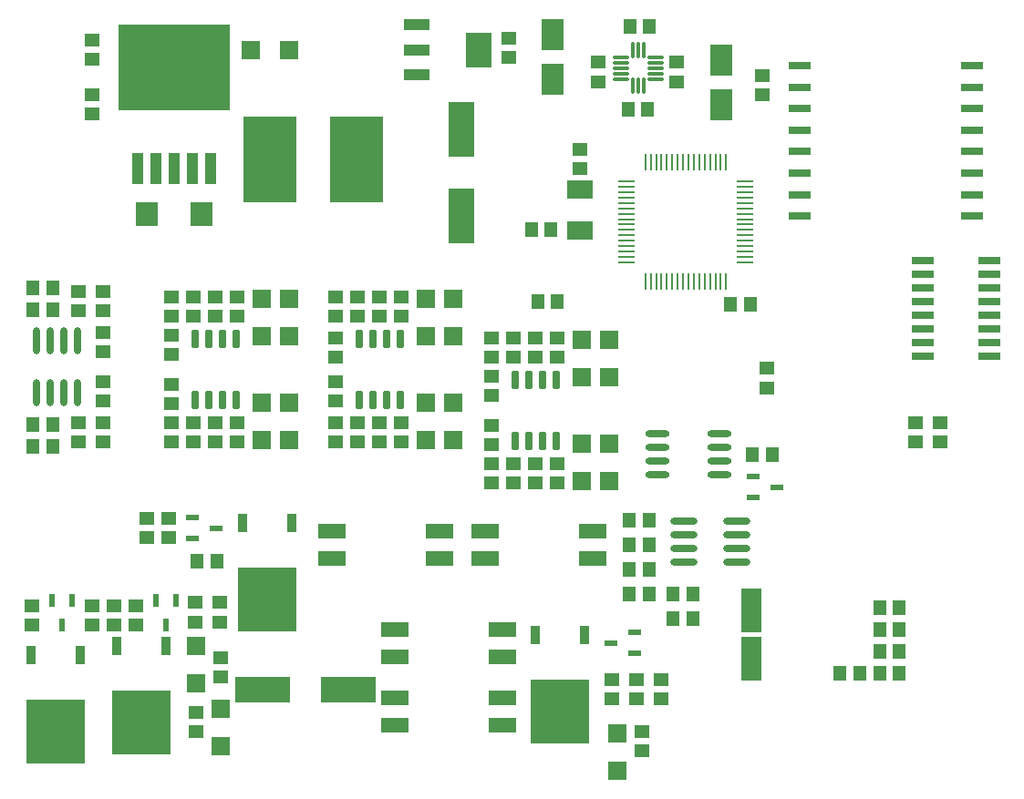
<source format=gtp>
%FSLAX25Y25*%
%MOIN*%
G70*
G01*
G75*
G04 Layer_Color=8421504*
%ADD10R,0.09449X0.07087*%
%ADD11O,0.02756X0.09843*%
%ADD12R,0.03937X0.11417*%
%ADD13R,0.40945X0.31496*%
%ADD14R,0.05512X0.04724*%
%ADD15R,0.04724X0.05512*%
%ADD16R,0.21654X0.23228*%
%ADD17R,0.03543X0.07087*%
%ADD18R,0.04528X0.02362*%
%ADD19R,0.06693X0.06693*%
%ADD20R,0.09252X0.20276*%
%ADD21R,0.07992X0.08976*%
%ADD22R,0.09843X0.05512*%
%ADD23R,0.06693X0.06693*%
%ADD24R,0.19685X0.31496*%
%ADD25R,0.09449X0.03937*%
%ADD26R,0.09449X0.12992*%
%ADD27R,0.08465X0.11221*%
G04:AMPARAMS|DCode=28|XSize=11.81mil|YSize=59.06mil|CornerRadius=2.95mil|HoleSize=0mil|Usage=FLASHONLY|Rotation=90.000|XOffset=0mil|YOffset=0mil|HoleType=Round|Shape=RoundedRectangle|*
%AMROUNDEDRECTD28*
21,1,0.01181,0.05315,0,0,90.0*
21,1,0.00591,0.05906,0,0,90.0*
1,1,0.00591,0.02658,0.00295*
1,1,0.00591,0.02658,-0.00295*
1,1,0.00591,-0.02658,-0.00295*
1,1,0.00591,-0.02658,0.00295*
%
%ADD28ROUNDEDRECTD28*%
G04:AMPARAMS|DCode=29|XSize=11.81mil|YSize=59.06mil|CornerRadius=2.95mil|HoleSize=0mil|Usage=FLASHONLY|Rotation=180.000|XOffset=0mil|YOffset=0mil|HoleType=Round|Shape=RoundedRectangle|*
%AMROUNDEDRECTD29*
21,1,0.01181,0.05315,0,0,180.0*
21,1,0.00591,0.05906,0,0,180.0*
1,1,0.00591,-0.00295,0.02658*
1,1,0.00591,0.00295,0.02658*
1,1,0.00591,0.00295,-0.02658*
1,1,0.00591,-0.00295,-0.02658*
%
%ADD29ROUNDEDRECTD29*%
%ADD30R,0.07874X0.03150*%
%ADD31R,0.07874X0.02992*%
%ADD32O,0.06102X0.00984*%
%ADD33O,0.00984X0.06102*%
%ADD34O,0.08858X0.02362*%
%ADD35O,0.09843X0.02756*%
%ADD36R,0.07284X0.16339*%
%ADD37R,0.02362X0.04528*%
%ADD38R,0.20276X0.09252*%
G04:AMPARAMS|DCode=39|XSize=25.59mil|YSize=64.96mil|CornerRadius=1.92mil|HoleSize=0mil|Usage=FLASHONLY|Rotation=0.000|XOffset=0mil|YOffset=0mil|HoleType=Round|Shape=RoundedRectangle|*
%AMROUNDEDRECTD39*
21,1,0.02559,0.06112,0,0,0.0*
21,1,0.02175,0.06496,0,0,0.0*
1,1,0.00384,0.01088,-0.03056*
1,1,0.00384,-0.01088,-0.03056*
1,1,0.00384,-0.01088,0.03056*
1,1,0.00384,0.01088,0.03056*
%
%ADD39ROUNDEDRECTD39*%
%ADD40C,0.01000*%
%ADD41C,0.04000*%
%ADD42C,0.02000*%
%ADD43C,0.10000*%
%ADD44C,0.12000*%
%ADD45C,0.07874*%
%ADD46O,0.07874X0.03937*%
%ADD47O,0.07874X0.03937*%
%ADD48C,0.10000*%
%ADD49C,0.05906*%
%ADD50R,0.05906X0.05906*%
%ADD51C,0.06299*%
%ADD52C,0.11000*%
%ADD53C,0.15748*%
%ADD54R,0.07284X0.07284*%
%ADD55C,0.07284*%
%ADD56R,0.07874X0.07874*%
%ADD57C,0.11811*%
%ADD58C,0.01500*%
%ADD59C,0.01600*%
%ADD60C,0.03500*%
%ADD61C,0.06000*%
%ADD62C,0.03000*%
%ADD63C,0.07000*%
%ADD64R,0.02165X0.03543*%
%ADD65C,0.00984*%
%ADD66C,0.00787*%
%ADD67C,0.01969*%
%ADD68C,0.02362*%
%ADD69C,0.00800*%
%ADD70C,0.00600*%
D10*
X258400Y-71039D02*
D03*
Y-86000D02*
D03*
D11*
X74500Y-126354D02*
D03*
X69500D02*
D03*
X64500D02*
D03*
X59500D02*
D03*
X74500Y-145646D02*
D03*
X69500D02*
D03*
X64500D02*
D03*
X59500D02*
D03*
D12*
X96614Y-63425D02*
D03*
X103307D02*
D03*
X110000D02*
D03*
X116693D02*
D03*
X123386D02*
D03*
D13*
X110000Y-26614D02*
D03*
D14*
X226000Y-157457D02*
D03*
Y-164543D02*
D03*
X381000Y-163543D02*
D03*
Y-156457D02*
D03*
X265000Y-31743D02*
D03*
Y-24657D02*
D03*
X326600Y-136657D02*
D03*
Y-143743D02*
D03*
X58000Y-223457D02*
D03*
Y-230543D02*
D03*
X80000Y-36457D02*
D03*
Y-43543D02*
D03*
X80000Y-23543D02*
D03*
Y-16457D02*
D03*
X390000Y-163543D02*
D03*
Y-156457D02*
D03*
X258400Y-63543D02*
D03*
Y-56457D02*
D03*
X281000Y-276543D02*
D03*
Y-269457D02*
D03*
X232200Y-22943D02*
D03*
Y-15857D02*
D03*
X293800Y-24657D02*
D03*
Y-31743D02*
D03*
X325000Y-36543D02*
D03*
Y-29457D02*
D03*
X75000Y-108457D02*
D03*
Y-115543D02*
D03*
X84000Y-108457D02*
D03*
Y-115543D02*
D03*
Y-123457D02*
D03*
Y-130543D02*
D03*
X84000Y-148543D02*
D03*
Y-141457D02*
D03*
Y-163543D02*
D03*
Y-156457D02*
D03*
X75000Y-163543D02*
D03*
Y-156457D02*
D03*
X100000Y-198543D02*
D03*
Y-191457D02*
D03*
X108000Y-198543D02*
D03*
Y-191457D02*
D03*
X80000Y-230543D02*
D03*
Y-223457D02*
D03*
X88000Y-230543D02*
D03*
Y-223457D02*
D03*
X96000Y-223457D02*
D03*
Y-230543D02*
D03*
X127000Y-249543D02*
D03*
Y-242457D02*
D03*
X118000Y-262457D02*
D03*
Y-269543D02*
D03*
X117800Y-229343D02*
D03*
Y-222257D02*
D03*
X126600Y-229343D02*
D03*
Y-222257D02*
D03*
X109000Y-110457D02*
D03*
Y-117543D02*
D03*
X117000Y-110457D02*
D03*
Y-117543D02*
D03*
X125000Y-110457D02*
D03*
Y-117543D02*
D03*
X133000Y-110457D02*
D03*
Y-117543D02*
D03*
X109000Y-131543D02*
D03*
Y-124457D02*
D03*
X109000Y-142457D02*
D03*
Y-149543D02*
D03*
X109000Y-163543D02*
D03*
Y-156457D02*
D03*
X117000Y-163543D02*
D03*
Y-156457D02*
D03*
X125000Y-163543D02*
D03*
Y-156457D02*
D03*
X133000Y-163543D02*
D03*
Y-156457D02*
D03*
X169000Y-110457D02*
D03*
Y-117543D02*
D03*
X177000Y-110457D02*
D03*
Y-117543D02*
D03*
X185000Y-110457D02*
D03*
Y-117543D02*
D03*
X193000Y-110457D02*
D03*
Y-117543D02*
D03*
X169000Y-132543D02*
D03*
Y-125457D02*
D03*
X169000Y-141457D02*
D03*
Y-148543D02*
D03*
X169000Y-163543D02*
D03*
Y-156457D02*
D03*
X177000Y-163543D02*
D03*
Y-156457D02*
D03*
X185000Y-163543D02*
D03*
Y-156457D02*
D03*
X193000Y-163543D02*
D03*
Y-156457D02*
D03*
X226000Y-125457D02*
D03*
Y-132543D02*
D03*
X234000Y-125457D02*
D03*
Y-132543D02*
D03*
X242000Y-125457D02*
D03*
Y-132543D02*
D03*
X250000Y-125457D02*
D03*
Y-132543D02*
D03*
X226000Y-146543D02*
D03*
Y-139457D02*
D03*
Y-178543D02*
D03*
Y-171457D02*
D03*
X234000Y-178543D02*
D03*
Y-171457D02*
D03*
X242000Y-178543D02*
D03*
Y-171457D02*
D03*
X250000Y-178543D02*
D03*
Y-171457D02*
D03*
X279000Y-257543D02*
D03*
Y-250457D02*
D03*
X270000Y-257543D02*
D03*
Y-250457D02*
D03*
X288000Y-257543D02*
D03*
Y-250457D02*
D03*
D15*
X320543Y-113000D02*
D03*
X313457D02*
D03*
X243057Y-112200D02*
D03*
X250143D02*
D03*
X118457Y-207000D02*
D03*
X125543D02*
D03*
X283743Y-11400D02*
D03*
X276657D02*
D03*
X275857Y-41800D02*
D03*
X282943D02*
D03*
X247743Y-85800D02*
D03*
X240657D02*
D03*
X374943Y-224200D02*
D03*
X367857D02*
D03*
X374943Y-232200D02*
D03*
X367857D02*
D03*
X374943Y-240200D02*
D03*
X367857D02*
D03*
X353457Y-248200D02*
D03*
X360543D02*
D03*
X374943D02*
D03*
X367857D02*
D03*
X328543Y-168000D02*
D03*
X321457D02*
D03*
X299543Y-228000D02*
D03*
X292457D02*
D03*
X292457Y-219000D02*
D03*
X299543D02*
D03*
X276457D02*
D03*
X283543D02*
D03*
X276457Y-210000D02*
D03*
X283543D02*
D03*
X283543Y-201000D02*
D03*
X276457D02*
D03*
X283543Y-192000D02*
D03*
X276457D02*
D03*
X58457Y-107000D02*
D03*
X65543D02*
D03*
X58457Y-115000D02*
D03*
X65543D02*
D03*
X65543Y-157000D02*
D03*
X58457D02*
D03*
X58457Y-165000D02*
D03*
X65543D02*
D03*
D16*
X251000Y-262039D02*
D03*
X144000Y-221039D02*
D03*
X66600Y-269439D02*
D03*
X98000Y-266039D02*
D03*
D17*
X242024Y-234087D02*
D03*
X259976D02*
D03*
X135024Y-193087D02*
D03*
X152976D02*
D03*
X57624Y-241487D02*
D03*
X75576D02*
D03*
X89024Y-238087D02*
D03*
X106976D02*
D03*
D18*
X116571Y-191260D02*
D03*
Y-198740D02*
D03*
X125429Y-195000D02*
D03*
X321571Y-176260D02*
D03*
Y-183740D02*
D03*
X330429Y-180000D02*
D03*
X278429Y-240740D02*
D03*
Y-233260D02*
D03*
X269571Y-237000D02*
D03*
D19*
X259000Y-164150D02*
D03*
Y-177850D02*
D03*
X269000D02*
D03*
Y-164150D02*
D03*
X142000Y-149150D02*
D03*
Y-162850D02*
D03*
X152000D02*
D03*
Y-149150D02*
D03*
X202000D02*
D03*
Y-162850D02*
D03*
X212000D02*
D03*
Y-149150D02*
D03*
X272000Y-283850D02*
D03*
Y-270150D02*
D03*
X118000Y-251850D02*
D03*
Y-238150D02*
D03*
X127000Y-261150D02*
D03*
Y-274850D02*
D03*
X142000Y-124850D02*
D03*
Y-111150D02*
D03*
X152000D02*
D03*
Y-124850D02*
D03*
X202000D02*
D03*
Y-111150D02*
D03*
X212000D02*
D03*
Y-124850D02*
D03*
X259000Y-139850D02*
D03*
Y-126150D02*
D03*
X269000D02*
D03*
Y-139850D02*
D03*
D20*
X215000Y-49252D02*
D03*
Y-80748D02*
D03*
D21*
X120000Y-80000D02*
D03*
X100000D02*
D03*
D22*
X207000Y-206000D02*
D03*
Y-196000D02*
D03*
X167630D02*
D03*
Y-206000D02*
D03*
X230000Y-242000D02*
D03*
Y-232000D02*
D03*
X190630D02*
D03*
Y-242000D02*
D03*
Y-267000D02*
D03*
Y-257000D02*
D03*
X230000D02*
D03*
Y-267000D02*
D03*
X223630Y-206000D02*
D03*
Y-196000D02*
D03*
X263000D02*
D03*
Y-206000D02*
D03*
D23*
X151850Y-20000D02*
D03*
X138150D02*
D03*
D24*
X176496Y-60000D02*
D03*
X145000D02*
D03*
D25*
X198583Y-10945D02*
D03*
Y-20000D02*
D03*
Y-29055D02*
D03*
D26*
X221417Y-20000D02*
D03*
D27*
X248200Y-14332D02*
D03*
Y-30868D02*
D03*
X310000Y-23732D02*
D03*
Y-40268D02*
D03*
D28*
X286005Y-30843D02*
D03*
Y-22968D02*
D03*
Y-24937D02*
D03*
Y-26906D02*
D03*
Y-28874D02*
D03*
X273406Y-22968D02*
D03*
Y-24937D02*
D03*
Y-26906D02*
D03*
Y-30843D02*
D03*
Y-28874D02*
D03*
D29*
X281674Y-20213D02*
D03*
X277737D02*
D03*
X279706D02*
D03*
X281674Y-33205D02*
D03*
X279706D02*
D03*
X277737D02*
D03*
D30*
X338600Y-25800D02*
D03*
Y-33674D02*
D03*
Y-41548D02*
D03*
Y-49422D02*
D03*
Y-57296D02*
D03*
Y-65170D02*
D03*
Y-73044D02*
D03*
Y-80918D02*
D03*
X401592D02*
D03*
Y-73044D02*
D03*
Y-65170D02*
D03*
Y-57296D02*
D03*
Y-49422D02*
D03*
Y-41548D02*
D03*
Y-33674D02*
D03*
Y-25800D02*
D03*
D31*
X408000Y-97000D02*
D03*
Y-102000D02*
D03*
Y-107000D02*
D03*
Y-112000D02*
D03*
Y-117000D02*
D03*
Y-122000D02*
D03*
Y-127000D02*
D03*
Y-132000D02*
D03*
X383787D02*
D03*
Y-127000D02*
D03*
Y-122000D02*
D03*
Y-117000D02*
D03*
Y-112000D02*
D03*
Y-107000D02*
D03*
Y-102000D02*
D03*
Y-97000D02*
D03*
D32*
X275248Y-68236D02*
D03*
Y-70205D02*
D03*
Y-72173D02*
D03*
Y-74142D02*
D03*
Y-76110D02*
D03*
Y-78079D02*
D03*
Y-80047D02*
D03*
Y-82016D02*
D03*
Y-83984D02*
D03*
Y-85953D02*
D03*
Y-87921D02*
D03*
Y-89890D02*
D03*
Y-91858D02*
D03*
Y-93827D02*
D03*
Y-95795D02*
D03*
Y-97764D02*
D03*
X318752D02*
D03*
Y-95795D02*
D03*
Y-93827D02*
D03*
Y-91858D02*
D03*
Y-89890D02*
D03*
Y-87921D02*
D03*
Y-85953D02*
D03*
Y-83984D02*
D03*
Y-82016D02*
D03*
Y-80047D02*
D03*
Y-78079D02*
D03*
Y-76110D02*
D03*
Y-74142D02*
D03*
Y-72173D02*
D03*
Y-70205D02*
D03*
Y-68236D02*
D03*
D33*
X282236Y-104752D02*
D03*
X284205D02*
D03*
X286173D02*
D03*
X288142D02*
D03*
X290110D02*
D03*
X292079D02*
D03*
X294047D02*
D03*
X296016D02*
D03*
X297984D02*
D03*
X299953D02*
D03*
X301921D02*
D03*
X303890D02*
D03*
X305858D02*
D03*
X307827D02*
D03*
X309795D02*
D03*
X311764D02*
D03*
Y-61248D02*
D03*
X309795D02*
D03*
X307827D02*
D03*
X305858D02*
D03*
X303890D02*
D03*
X301921D02*
D03*
X299953D02*
D03*
X297984D02*
D03*
X296016D02*
D03*
X294047D02*
D03*
X292079D02*
D03*
X290110D02*
D03*
X288142D02*
D03*
X286173D02*
D03*
X284205D02*
D03*
X282236D02*
D03*
D34*
X286779Y-160500D02*
D03*
Y-165500D02*
D03*
Y-170500D02*
D03*
Y-175500D02*
D03*
X309221Y-160500D02*
D03*
Y-165500D02*
D03*
Y-170500D02*
D03*
Y-175500D02*
D03*
D35*
X296354Y-192500D02*
D03*
Y-197500D02*
D03*
Y-202500D02*
D03*
Y-207500D02*
D03*
X315646Y-192500D02*
D03*
Y-197500D02*
D03*
Y-202500D02*
D03*
Y-207500D02*
D03*
D36*
X321000Y-242760D02*
D03*
Y-225240D02*
D03*
D37*
X72740Y-221571D02*
D03*
X65260D02*
D03*
X69000Y-230429D02*
D03*
X110740Y-221571D02*
D03*
X103260D02*
D03*
X107000Y-230429D02*
D03*
D38*
X173748Y-254000D02*
D03*
X142252D02*
D03*
D39*
X117500Y-148122D02*
D03*
X122500D02*
D03*
X127500D02*
D03*
X132500D02*
D03*
X117500Y-125878D02*
D03*
X122500D02*
D03*
X127500D02*
D03*
X132500D02*
D03*
X177500Y-148122D02*
D03*
X182500D02*
D03*
X187500D02*
D03*
X192500D02*
D03*
X177500Y-125878D02*
D03*
X182500D02*
D03*
X187500D02*
D03*
X192500D02*
D03*
X234500Y-163122D02*
D03*
X239500D02*
D03*
X244500D02*
D03*
X249500D02*
D03*
X234500Y-140878D02*
D03*
X239500D02*
D03*
X244500D02*
D03*
X249500D02*
D03*
M02*

</source>
